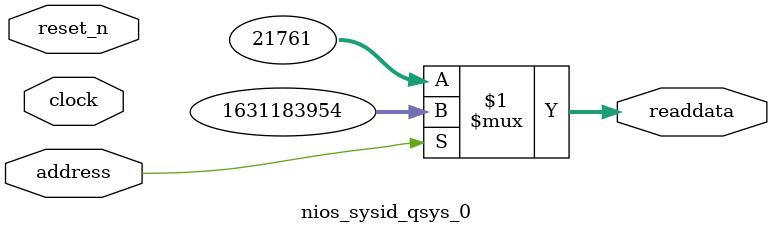
<source format=v>

`timescale 1ns / 1ps
// synthesis translate_on

// turn off superfluous verilog processor warnings 
// altera message_level Level1 
// altera message_off 10034 10035 10036 10037 10230 10240 10030 

module nios_sysid_qsys_0 (
               // inputs:
                address,
                clock,
                reset_n,

               // outputs:
                readdata
             )
;

  output  [ 31: 0] readdata;
  input            address;
  input            clock;
  input            reset_n;

  wire    [ 31: 0] readdata;
  //control_slave, which is an e_avalon_slave
  assign readdata = address ? 1631183954 : 21761;

endmodule




</source>
